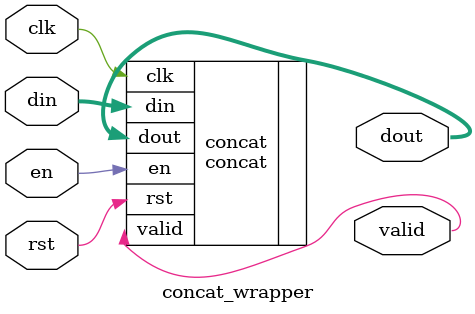
<source format=v>
module concat_wrapper #(
    parameter DATAW_IN = 8,
    parameter DATAW_IN_LEN = 3,
    parameter DATAW_OUT = 32,
    parameter CONCAT_NUM = 4,
    parameter CONCAT_LEN = 2
) (
    input wire clk, rst,
    input wire en,
    input wire [DATAW_IN-1:0] din,
    output wire [DATAW_OUT-1:0] dout,
    output wire valid
);
    concat #(
        .DATAW_IN(DATAW_IN),
        .DATAW_IN_LEN(DATAW_IN_LEN),
        .DATAW_OUT(DATAW_OUT),
        .CONCAT_NUM(CONCAT_NUM),
        .CONCAT_LEN(CONCAT_LEN)
    ) concat (
        .clk(clk),
        .rst(rst),
        .en(en),
        .din(din),
        .dout(dout),
        .valid(valid)
    );

endmodule
</source>
